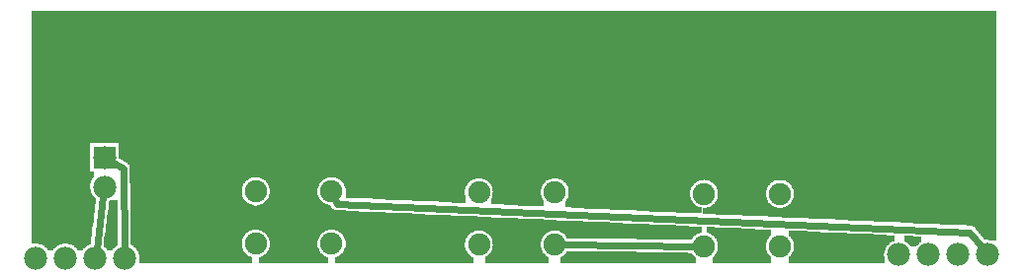
<source format=gbl>
G04 MADE WITH FRITZING*
G04 WWW.FRITZING.ORG*
G04 DOUBLE SIDED*
G04 HOLES PLATED*
G04 CONTOUR ON CENTER OF CONTOUR VECTOR*
%ASAXBY*%
%FSLAX23Y23*%
%MOIN*%
%OFA0B0*%
%SFA1.0B1.0*%
%ADD10C,0.075000*%
%ADD11C,0.078000*%
%ADD12R,0.078000X0.078000*%
%ADD13C,0.024000*%
%LNCOPPER0*%
G90*
G70*
G54D10*
X123Y817D03*
X2405Y107D03*
X2665Y98D03*
G54D11*
X354Y59D03*
X254Y59D03*
X154Y59D03*
X54Y59D03*
X3264Y70D03*
X3164Y70D03*
X3064Y70D03*
X2964Y70D03*
X285Y399D03*
X285Y299D03*
X285Y399D03*
X285Y299D03*
G54D10*
X2563Y98D03*
X2307Y98D03*
X2563Y275D03*
X2307Y275D03*
X1804Y104D03*
X1548Y104D03*
X1804Y281D03*
X1548Y281D03*
X1051Y107D03*
X795Y107D03*
X1051Y284D03*
X795Y284D03*
G54D12*
X285Y399D03*
X285Y399D03*
G54D13*
X1832Y104D02*
X2278Y98D01*
D02*
X258Y89D02*
X281Y269D01*
D02*
X353Y89D02*
X348Y362D01*
D02*
X348Y362D02*
X311Y384D01*
D02*
X3245Y94D02*
X3204Y146D01*
D02*
X3204Y146D02*
X1068Y242D01*
D02*
X1068Y242D02*
X1062Y257D01*
G36*
X40Y896D02*
X40Y448D01*
X334Y448D01*
X334Y396D01*
X336Y396D01*
X336Y394D01*
X340Y394D01*
X340Y392D01*
X342Y392D01*
X342Y390D01*
X346Y390D01*
X346Y388D01*
X350Y388D01*
X350Y386D01*
X352Y386D01*
X352Y384D01*
X356Y384D01*
X356Y382D01*
X360Y382D01*
X360Y380D01*
X362Y380D01*
X362Y378D01*
X364Y378D01*
X364Y376D01*
X366Y376D01*
X366Y374D01*
X368Y374D01*
X368Y368D01*
X370Y368D01*
X370Y332D01*
X1058Y332D01*
X1058Y330D01*
X1066Y330D01*
X1066Y328D01*
X1816Y328D01*
X1816Y326D01*
X1822Y326D01*
X1822Y324D01*
X2564Y324D01*
X2564Y322D01*
X2576Y322D01*
X2576Y320D01*
X2582Y320D01*
X2582Y318D01*
X2586Y318D01*
X2586Y316D01*
X2588Y316D01*
X2588Y314D01*
X2592Y314D01*
X2592Y312D01*
X2594Y312D01*
X2594Y310D01*
X2596Y310D01*
X2596Y308D01*
X2598Y308D01*
X2598Y306D01*
X2600Y306D01*
X2600Y304D01*
X2602Y304D01*
X2602Y300D01*
X2604Y300D01*
X2604Y296D01*
X2606Y296D01*
X2606Y292D01*
X2608Y292D01*
X2608Y286D01*
X2610Y286D01*
X2610Y266D01*
X2608Y266D01*
X2608Y260D01*
X2606Y260D01*
X2606Y254D01*
X2604Y254D01*
X2604Y250D01*
X2602Y250D01*
X2602Y248D01*
X2600Y248D01*
X2600Y246D01*
X2598Y246D01*
X2598Y242D01*
X2596Y242D01*
X2596Y240D01*
X2592Y240D01*
X2592Y238D01*
X2590Y238D01*
X2590Y236D01*
X2586Y236D01*
X2586Y234D01*
X2584Y234D01*
X2584Y232D01*
X2578Y232D01*
X2578Y230D01*
X2572Y230D01*
X2572Y228D01*
X3292Y228D01*
X3292Y896D01*
X40Y896D01*
G37*
D02*
G36*
X40Y448D02*
X40Y108D01*
X164Y108D01*
X164Y106D01*
X172Y106D01*
X172Y104D01*
X176Y104D01*
X176Y102D01*
X180Y102D01*
X180Y100D01*
X182Y100D01*
X182Y98D01*
X184Y98D01*
X184Y96D01*
X188Y96D01*
X188Y94D01*
X190Y94D01*
X190Y90D01*
X192Y90D01*
X192Y88D01*
X194Y88D01*
X194Y86D01*
X214Y86D01*
X214Y90D01*
X216Y90D01*
X216Y92D01*
X218Y92D01*
X218Y94D01*
X220Y94D01*
X220Y96D01*
X222Y96D01*
X222Y98D01*
X226Y98D01*
X226Y100D01*
X228Y100D01*
X228Y102D01*
X232Y102D01*
X232Y104D01*
X236Y104D01*
X236Y106D01*
X238Y106D01*
X238Y118D01*
X240Y118D01*
X240Y132D01*
X242Y132D01*
X242Y148D01*
X244Y148D01*
X244Y164D01*
X246Y164D01*
X246Y178D01*
X248Y178D01*
X248Y194D01*
X250Y194D01*
X250Y210D01*
X252Y210D01*
X252Y224D01*
X254Y224D01*
X254Y240D01*
X256Y240D01*
X256Y260D01*
X254Y260D01*
X254Y262D01*
X252Y262D01*
X252Y264D01*
X250Y264D01*
X250Y266D01*
X248Y266D01*
X248Y268D01*
X246Y268D01*
X246Y272D01*
X244Y272D01*
X244Y274D01*
X242Y274D01*
X242Y278D01*
X240Y278D01*
X240Y282D01*
X238Y282D01*
X238Y290D01*
X236Y290D01*
X236Y310D01*
X238Y310D01*
X238Y316D01*
X240Y316D01*
X240Y320D01*
X242Y320D01*
X242Y324D01*
X244Y324D01*
X244Y328D01*
X246Y328D01*
X246Y330D01*
X248Y330D01*
X248Y350D01*
X236Y350D01*
X236Y448D01*
X40Y448D01*
G37*
D02*
G36*
X370Y332D02*
X370Y310D01*
X372Y310D01*
X372Y236D01*
X790Y236D01*
X790Y238D01*
X782Y238D01*
X782Y240D01*
X776Y240D01*
X776Y242D01*
X772Y242D01*
X772Y244D01*
X768Y244D01*
X768Y246D01*
X766Y246D01*
X766Y248D01*
X764Y248D01*
X764Y250D01*
X762Y250D01*
X762Y252D01*
X760Y252D01*
X760Y254D01*
X758Y254D01*
X758Y256D01*
X756Y256D01*
X756Y258D01*
X754Y258D01*
X754Y262D01*
X752Y262D01*
X752Y266D01*
X750Y266D01*
X750Y274D01*
X748Y274D01*
X748Y296D01*
X750Y296D01*
X750Y302D01*
X752Y302D01*
X752Y306D01*
X754Y306D01*
X754Y310D01*
X756Y310D01*
X756Y312D01*
X758Y312D01*
X758Y314D01*
X760Y314D01*
X760Y318D01*
X762Y318D01*
X762Y320D01*
X766Y320D01*
X766Y322D01*
X768Y322D01*
X768Y324D01*
X772Y324D01*
X772Y326D01*
X774Y326D01*
X774Y328D01*
X780Y328D01*
X780Y330D01*
X788Y330D01*
X788Y332D01*
X370Y332D01*
G37*
D02*
G36*
X802Y332D02*
X802Y330D01*
X810Y330D01*
X810Y328D01*
X816Y328D01*
X816Y326D01*
X818Y326D01*
X818Y324D01*
X822Y324D01*
X822Y322D01*
X824Y322D01*
X824Y320D01*
X828Y320D01*
X828Y318D01*
X830Y318D01*
X830Y314D01*
X832Y314D01*
X832Y312D01*
X834Y312D01*
X834Y310D01*
X836Y310D01*
X836Y306D01*
X838Y306D01*
X838Y302D01*
X840Y302D01*
X840Y296D01*
X842Y296D01*
X842Y274D01*
X840Y274D01*
X840Y266D01*
X838Y266D01*
X838Y262D01*
X836Y262D01*
X836Y258D01*
X834Y258D01*
X834Y256D01*
X832Y256D01*
X832Y254D01*
X830Y254D01*
X830Y252D01*
X828Y252D01*
X828Y250D01*
X826Y250D01*
X826Y248D01*
X824Y248D01*
X824Y246D01*
X822Y246D01*
X822Y244D01*
X818Y244D01*
X818Y242D01*
X814Y242D01*
X814Y240D01*
X808Y240D01*
X808Y238D01*
X800Y238D01*
X800Y236D01*
X1046Y236D01*
X1046Y238D01*
X1038Y238D01*
X1038Y240D01*
X1032Y240D01*
X1032Y242D01*
X1028Y242D01*
X1028Y244D01*
X1024Y244D01*
X1024Y246D01*
X1022Y246D01*
X1022Y248D01*
X1020Y248D01*
X1020Y250D01*
X1018Y250D01*
X1018Y252D01*
X1016Y252D01*
X1016Y254D01*
X1014Y254D01*
X1014Y256D01*
X1012Y256D01*
X1012Y258D01*
X1010Y258D01*
X1010Y262D01*
X1008Y262D01*
X1008Y266D01*
X1006Y266D01*
X1006Y272D01*
X1004Y272D01*
X1004Y296D01*
X1006Y296D01*
X1006Y302D01*
X1008Y302D01*
X1008Y306D01*
X1010Y306D01*
X1010Y310D01*
X1012Y310D01*
X1012Y312D01*
X1014Y312D01*
X1014Y314D01*
X1016Y314D01*
X1016Y318D01*
X1018Y318D01*
X1018Y320D01*
X1022Y320D01*
X1022Y322D01*
X1024Y322D01*
X1024Y324D01*
X1028Y324D01*
X1028Y326D01*
X1030Y326D01*
X1030Y328D01*
X1036Y328D01*
X1036Y330D01*
X1044Y330D01*
X1044Y332D01*
X802Y332D01*
G37*
D02*
G36*
X1072Y328D02*
X1072Y326D01*
X1074Y326D01*
X1074Y324D01*
X1078Y324D01*
X1078Y322D01*
X1080Y322D01*
X1080Y320D01*
X1082Y320D01*
X1082Y318D01*
X1086Y318D01*
X1086Y314D01*
X1088Y314D01*
X1088Y312D01*
X1090Y312D01*
X1090Y310D01*
X1092Y310D01*
X1092Y306D01*
X1094Y306D01*
X1094Y302D01*
X1096Y302D01*
X1096Y294D01*
X1098Y294D01*
X1098Y264D01*
X1100Y264D01*
X1100Y262D01*
X1146Y262D01*
X1146Y260D01*
X1190Y260D01*
X1190Y258D01*
X1234Y258D01*
X1234Y256D01*
X1278Y256D01*
X1278Y254D01*
X1324Y254D01*
X1324Y252D01*
X1368Y252D01*
X1368Y250D01*
X1412Y250D01*
X1412Y248D01*
X1456Y248D01*
X1456Y246D01*
X1504Y246D01*
X1504Y266D01*
X1502Y266D01*
X1502Y272D01*
X1500Y272D01*
X1500Y290D01*
X1502Y290D01*
X1502Y296D01*
X1504Y296D01*
X1504Y302D01*
X1506Y302D01*
X1506Y306D01*
X1508Y306D01*
X1508Y308D01*
X1510Y308D01*
X1510Y312D01*
X1512Y312D01*
X1512Y314D01*
X1514Y314D01*
X1514Y316D01*
X1516Y316D01*
X1516Y318D01*
X1520Y318D01*
X1520Y320D01*
X1522Y320D01*
X1522Y322D01*
X1526Y322D01*
X1526Y324D01*
X1530Y324D01*
X1530Y326D01*
X1536Y326D01*
X1536Y328D01*
X1072Y328D01*
G37*
D02*
G36*
X1560Y328D02*
X1560Y326D01*
X1566Y326D01*
X1566Y324D01*
X1570Y324D01*
X1570Y322D01*
X1574Y322D01*
X1574Y320D01*
X1576Y320D01*
X1576Y318D01*
X1578Y318D01*
X1578Y316D01*
X1582Y316D01*
X1582Y312D01*
X1584Y312D01*
X1584Y310D01*
X1586Y310D01*
X1586Y308D01*
X1588Y308D01*
X1588Y304D01*
X1590Y304D01*
X1590Y300D01*
X1592Y300D01*
X1592Y294D01*
X1594Y294D01*
X1594Y284D01*
X1596Y284D01*
X1596Y280D01*
X1594Y280D01*
X1594Y268D01*
X1592Y268D01*
X1592Y262D01*
X1590Y262D01*
X1590Y240D01*
X1634Y240D01*
X1634Y238D01*
X1680Y238D01*
X1680Y236D01*
X1724Y236D01*
X1724Y234D01*
X1766Y234D01*
X1766Y254D01*
X1764Y254D01*
X1764Y258D01*
X1762Y258D01*
X1762Y260D01*
X1760Y260D01*
X1760Y266D01*
X1758Y266D01*
X1758Y272D01*
X1756Y272D01*
X1756Y290D01*
X1758Y290D01*
X1758Y298D01*
X1760Y298D01*
X1760Y302D01*
X1762Y302D01*
X1762Y306D01*
X1764Y306D01*
X1764Y308D01*
X1766Y308D01*
X1766Y312D01*
X1768Y312D01*
X1768Y314D01*
X1770Y314D01*
X1770Y316D01*
X1772Y316D01*
X1772Y318D01*
X1774Y318D01*
X1774Y320D01*
X1778Y320D01*
X1778Y322D01*
X1782Y322D01*
X1782Y324D01*
X1784Y324D01*
X1784Y326D01*
X1792Y326D01*
X1792Y328D01*
X1560Y328D01*
G37*
D02*
G36*
X1826Y324D02*
X1826Y322D01*
X1830Y322D01*
X1830Y320D01*
X1832Y320D01*
X1832Y318D01*
X1834Y318D01*
X1834Y316D01*
X1836Y316D01*
X1836Y314D01*
X1838Y314D01*
X1838Y312D01*
X1840Y312D01*
X1840Y310D01*
X1842Y310D01*
X1842Y308D01*
X1844Y308D01*
X1844Y304D01*
X1846Y304D01*
X1846Y300D01*
X1848Y300D01*
X1848Y294D01*
X1850Y294D01*
X1850Y282D01*
X1852Y282D01*
X1852Y280D01*
X1850Y280D01*
X1850Y268D01*
X1848Y268D01*
X1848Y262D01*
X1846Y262D01*
X1846Y258D01*
X1844Y258D01*
X1844Y256D01*
X1842Y256D01*
X1842Y252D01*
X1840Y252D01*
X1840Y250D01*
X1838Y250D01*
X1838Y230D01*
X1858Y230D01*
X1858Y228D01*
X1902Y228D01*
X1902Y226D01*
X1946Y226D01*
X1946Y224D01*
X1990Y224D01*
X1990Y222D01*
X2036Y222D01*
X2036Y220D01*
X2080Y220D01*
X2080Y218D01*
X2124Y218D01*
X2124Y216D01*
X2168Y216D01*
X2168Y214D01*
X2214Y214D01*
X2214Y212D01*
X2258Y212D01*
X2258Y210D01*
X2298Y210D01*
X2298Y230D01*
X2290Y230D01*
X2290Y232D01*
X2286Y232D01*
X2286Y234D01*
X2282Y234D01*
X2282Y236D01*
X2280Y236D01*
X2280Y238D01*
X2276Y238D01*
X2276Y240D01*
X2274Y240D01*
X2274Y242D01*
X2272Y242D01*
X2272Y244D01*
X2270Y244D01*
X2270Y248D01*
X2268Y248D01*
X2268Y250D01*
X2266Y250D01*
X2266Y254D01*
X2264Y254D01*
X2264Y258D01*
X2262Y258D01*
X2262Y264D01*
X2260Y264D01*
X2260Y288D01*
X2262Y288D01*
X2262Y294D01*
X2264Y294D01*
X2264Y298D01*
X2266Y298D01*
X2266Y302D01*
X2268Y302D01*
X2268Y304D01*
X2270Y304D01*
X2270Y306D01*
X2272Y306D01*
X2272Y308D01*
X2274Y308D01*
X2274Y310D01*
X2276Y310D01*
X2276Y312D01*
X2278Y312D01*
X2278Y314D01*
X2280Y314D01*
X2280Y316D01*
X2284Y316D01*
X2284Y318D01*
X2288Y318D01*
X2288Y320D01*
X2294Y320D01*
X2294Y322D01*
X2306Y322D01*
X2306Y324D01*
X1826Y324D01*
G37*
D02*
G36*
X2308Y324D02*
X2308Y322D01*
X2320Y322D01*
X2320Y320D01*
X2326Y320D01*
X2326Y318D01*
X2330Y318D01*
X2330Y316D01*
X2332Y316D01*
X2332Y314D01*
X2336Y314D01*
X2336Y312D01*
X2338Y312D01*
X2338Y310D01*
X2340Y310D01*
X2340Y308D01*
X2342Y308D01*
X2342Y306D01*
X2344Y306D01*
X2344Y304D01*
X2346Y304D01*
X2346Y300D01*
X2348Y300D01*
X2348Y296D01*
X2350Y296D01*
X2350Y292D01*
X2352Y292D01*
X2352Y286D01*
X2354Y286D01*
X2354Y266D01*
X2352Y266D01*
X2352Y258D01*
X2350Y258D01*
X2350Y254D01*
X2348Y254D01*
X2348Y250D01*
X2346Y250D01*
X2346Y248D01*
X2344Y248D01*
X2344Y246D01*
X2342Y246D01*
X2342Y242D01*
X2340Y242D01*
X2340Y240D01*
X2336Y240D01*
X2336Y238D01*
X2334Y238D01*
X2334Y236D01*
X2332Y236D01*
X2332Y234D01*
X2328Y234D01*
X2328Y232D01*
X2322Y232D01*
X2322Y230D01*
X2316Y230D01*
X2316Y228D01*
X2554Y228D01*
X2554Y230D01*
X2546Y230D01*
X2546Y232D01*
X2542Y232D01*
X2542Y234D01*
X2538Y234D01*
X2538Y236D01*
X2536Y236D01*
X2536Y238D01*
X2532Y238D01*
X2532Y240D01*
X2530Y240D01*
X2530Y242D01*
X2528Y242D01*
X2528Y244D01*
X2526Y244D01*
X2526Y246D01*
X2524Y246D01*
X2524Y250D01*
X2522Y250D01*
X2522Y254D01*
X2520Y254D01*
X2520Y256D01*
X2518Y256D01*
X2518Y264D01*
X2516Y264D01*
X2516Y288D01*
X2518Y288D01*
X2518Y294D01*
X2520Y294D01*
X2520Y298D01*
X2522Y298D01*
X2522Y302D01*
X2524Y302D01*
X2524Y304D01*
X2526Y304D01*
X2526Y306D01*
X2528Y306D01*
X2528Y308D01*
X2530Y308D01*
X2530Y310D01*
X2532Y310D01*
X2532Y312D01*
X2534Y312D01*
X2534Y314D01*
X2536Y314D01*
X2536Y316D01*
X2540Y316D01*
X2540Y318D01*
X2544Y318D01*
X2544Y320D01*
X2550Y320D01*
X2550Y322D01*
X2562Y322D01*
X2562Y324D01*
X2308Y324D01*
G37*
D02*
G36*
X372Y236D02*
X372Y234D01*
X1048Y234D01*
X1048Y236D01*
X372Y236D01*
G37*
D02*
G36*
X372Y236D02*
X372Y234D01*
X1048Y234D01*
X1048Y236D01*
X372Y236D01*
G37*
D02*
G36*
X372Y234D02*
X372Y204D01*
X374Y204D01*
X374Y154D01*
X1062Y154D01*
X1062Y152D01*
X1810Y152D01*
X1810Y150D01*
X1818Y150D01*
X1818Y148D01*
X1824Y148D01*
X1824Y146D01*
X1828Y146D01*
X1828Y144D01*
X1830Y144D01*
X1830Y142D01*
X1834Y142D01*
X1834Y140D01*
X1836Y140D01*
X1836Y138D01*
X1838Y138D01*
X1838Y136D01*
X1840Y136D01*
X1840Y132D01*
X1842Y132D01*
X1842Y130D01*
X1844Y130D01*
X1844Y126D01*
X1906Y126D01*
X1906Y124D01*
X2080Y124D01*
X2080Y122D01*
X2266Y122D01*
X2266Y124D01*
X2268Y124D01*
X2268Y126D01*
X2270Y126D01*
X2270Y130D01*
X2272Y130D01*
X2272Y132D01*
X2274Y132D01*
X2274Y134D01*
X2276Y134D01*
X2276Y136D01*
X2280Y136D01*
X2280Y138D01*
X2282Y138D01*
X2282Y140D01*
X2286Y140D01*
X2286Y142D01*
X2292Y142D01*
X2292Y144D01*
X2298Y144D01*
X2298Y146D01*
X2300Y146D01*
X2300Y166D01*
X2256Y166D01*
X2256Y168D01*
X2212Y168D01*
X2212Y170D01*
X2166Y170D01*
X2166Y172D01*
X2122Y172D01*
X2122Y174D01*
X2078Y174D01*
X2078Y176D01*
X2034Y176D01*
X2034Y178D01*
X1988Y178D01*
X1988Y180D01*
X1944Y180D01*
X1944Y182D01*
X1900Y182D01*
X1900Y184D01*
X1856Y184D01*
X1856Y186D01*
X1810Y186D01*
X1810Y188D01*
X1766Y188D01*
X1766Y190D01*
X1722Y190D01*
X1722Y192D01*
X1678Y192D01*
X1678Y194D01*
X1632Y194D01*
X1632Y196D01*
X1588Y196D01*
X1588Y198D01*
X1544Y198D01*
X1544Y200D01*
X1500Y200D01*
X1500Y202D01*
X1454Y202D01*
X1454Y204D01*
X1410Y204D01*
X1410Y206D01*
X1366Y206D01*
X1366Y208D01*
X1322Y208D01*
X1322Y210D01*
X1276Y210D01*
X1276Y212D01*
X1232Y212D01*
X1232Y214D01*
X1188Y214D01*
X1188Y216D01*
X1144Y216D01*
X1144Y218D01*
X1098Y218D01*
X1098Y220D01*
X1064Y220D01*
X1064Y222D01*
X1058Y222D01*
X1058Y224D01*
X1054Y224D01*
X1054Y226D01*
X1052Y226D01*
X1052Y228D01*
X1050Y228D01*
X1050Y232D01*
X1048Y232D01*
X1048Y234D01*
X372Y234D01*
G37*
D02*
G36*
X2302Y228D02*
X2302Y226D01*
X3292Y226D01*
X3292Y228D01*
X2302Y228D01*
G37*
D02*
G36*
X2302Y228D02*
X2302Y226D01*
X3292Y226D01*
X3292Y228D01*
X2302Y228D01*
G37*
D02*
G36*
X2302Y226D02*
X2302Y208D01*
X2346Y208D01*
X2346Y206D01*
X2392Y206D01*
X2392Y204D01*
X2436Y204D01*
X2436Y202D01*
X2480Y202D01*
X2480Y200D01*
X2524Y200D01*
X2524Y198D01*
X2570Y198D01*
X2570Y196D01*
X2614Y196D01*
X2614Y194D01*
X2658Y194D01*
X2658Y192D01*
X2702Y192D01*
X2702Y190D01*
X2748Y190D01*
X2748Y188D01*
X2792Y188D01*
X2792Y186D01*
X2836Y186D01*
X2836Y184D01*
X2880Y184D01*
X2880Y182D01*
X2926Y182D01*
X2926Y180D01*
X2970Y180D01*
X2970Y178D01*
X3014Y178D01*
X3014Y176D01*
X3058Y176D01*
X3058Y174D01*
X3104Y174D01*
X3104Y172D01*
X3148Y172D01*
X3148Y170D01*
X3192Y170D01*
X3192Y168D01*
X3212Y168D01*
X3212Y166D01*
X3216Y166D01*
X3216Y164D01*
X3218Y164D01*
X3218Y162D01*
X3220Y162D01*
X3220Y160D01*
X3222Y160D01*
X3222Y158D01*
X3224Y158D01*
X3224Y156D01*
X3226Y156D01*
X3226Y152D01*
X3228Y152D01*
X3228Y150D01*
X3230Y150D01*
X3230Y148D01*
X3232Y148D01*
X3232Y146D01*
X3234Y146D01*
X3234Y142D01*
X3236Y142D01*
X3236Y140D01*
X3238Y140D01*
X3238Y138D01*
X3240Y138D01*
X3240Y134D01*
X3242Y134D01*
X3242Y132D01*
X3244Y132D01*
X3244Y130D01*
X3246Y130D01*
X3246Y128D01*
X3248Y128D01*
X3248Y124D01*
X3250Y124D01*
X3250Y122D01*
X3252Y122D01*
X3252Y120D01*
X3266Y120D01*
X3266Y118D01*
X3292Y118D01*
X3292Y226D01*
X2302Y226D01*
G37*
D02*
G36*
X374Y154D02*
X374Y104D01*
X376Y104D01*
X376Y102D01*
X380Y102D01*
X380Y100D01*
X382Y100D01*
X382Y98D01*
X384Y98D01*
X384Y96D01*
X388Y96D01*
X388Y94D01*
X390Y94D01*
X390Y90D01*
X392Y90D01*
X392Y88D01*
X394Y88D01*
X394Y86D01*
X396Y86D01*
X396Y82D01*
X398Y82D01*
X398Y78D01*
X400Y78D01*
X400Y72D01*
X402Y72D01*
X402Y42D01*
X784Y42D01*
X784Y62D01*
X778Y62D01*
X778Y64D01*
X774Y64D01*
X774Y66D01*
X770Y66D01*
X770Y68D01*
X766Y68D01*
X766Y70D01*
X764Y70D01*
X764Y72D01*
X762Y72D01*
X762Y74D01*
X760Y74D01*
X760Y76D01*
X758Y76D01*
X758Y78D01*
X756Y78D01*
X756Y82D01*
X754Y82D01*
X754Y86D01*
X752Y86D01*
X752Y90D01*
X750Y90D01*
X750Y96D01*
X748Y96D01*
X748Y118D01*
X750Y118D01*
X750Y124D01*
X752Y124D01*
X752Y128D01*
X754Y128D01*
X754Y132D01*
X756Y132D01*
X756Y136D01*
X758Y136D01*
X758Y138D01*
X760Y138D01*
X760Y140D01*
X762Y140D01*
X762Y142D01*
X764Y142D01*
X764Y144D01*
X766Y144D01*
X766Y146D01*
X770Y146D01*
X770Y148D01*
X774Y148D01*
X774Y150D01*
X778Y150D01*
X778Y152D01*
X784Y152D01*
X784Y154D01*
X374Y154D01*
G37*
D02*
G36*
X806Y154D02*
X806Y152D01*
X812Y152D01*
X812Y150D01*
X816Y150D01*
X816Y148D01*
X820Y148D01*
X820Y146D01*
X824Y146D01*
X824Y144D01*
X826Y144D01*
X826Y142D01*
X828Y142D01*
X828Y140D01*
X830Y140D01*
X830Y138D01*
X832Y138D01*
X832Y136D01*
X834Y136D01*
X834Y132D01*
X836Y132D01*
X836Y128D01*
X838Y128D01*
X838Y124D01*
X840Y124D01*
X840Y118D01*
X842Y118D01*
X842Y96D01*
X840Y96D01*
X840Y90D01*
X838Y90D01*
X838Y86D01*
X836Y86D01*
X836Y82D01*
X834Y82D01*
X834Y78D01*
X832Y78D01*
X832Y76D01*
X830Y76D01*
X830Y74D01*
X828Y74D01*
X828Y72D01*
X826Y72D01*
X826Y70D01*
X824Y70D01*
X824Y68D01*
X820Y68D01*
X820Y66D01*
X816Y66D01*
X816Y64D01*
X812Y64D01*
X812Y62D01*
X806Y62D01*
X806Y42D01*
X1040Y42D01*
X1040Y62D01*
X1034Y62D01*
X1034Y64D01*
X1030Y64D01*
X1030Y66D01*
X1026Y66D01*
X1026Y68D01*
X1022Y68D01*
X1022Y70D01*
X1020Y70D01*
X1020Y72D01*
X1018Y72D01*
X1018Y74D01*
X1016Y74D01*
X1016Y76D01*
X1014Y76D01*
X1014Y78D01*
X1012Y78D01*
X1012Y82D01*
X1010Y82D01*
X1010Y86D01*
X1008Y86D01*
X1008Y90D01*
X1006Y90D01*
X1006Y96D01*
X1004Y96D01*
X1004Y118D01*
X1006Y118D01*
X1006Y124D01*
X1008Y124D01*
X1008Y128D01*
X1010Y128D01*
X1010Y132D01*
X1012Y132D01*
X1012Y136D01*
X1014Y136D01*
X1014Y138D01*
X1016Y138D01*
X1016Y140D01*
X1018Y140D01*
X1018Y142D01*
X1020Y142D01*
X1020Y144D01*
X1022Y144D01*
X1022Y146D01*
X1026Y146D01*
X1026Y148D01*
X1030Y148D01*
X1030Y150D01*
X1034Y150D01*
X1034Y152D01*
X1040Y152D01*
X1040Y154D01*
X806Y154D01*
G37*
D02*
G36*
X1068Y152D02*
X1068Y150D01*
X1072Y150D01*
X1072Y148D01*
X1076Y148D01*
X1076Y146D01*
X1080Y146D01*
X1080Y144D01*
X1082Y144D01*
X1082Y142D01*
X1084Y142D01*
X1084Y140D01*
X1086Y140D01*
X1086Y138D01*
X1088Y138D01*
X1088Y136D01*
X1090Y136D01*
X1090Y132D01*
X1092Y132D01*
X1092Y128D01*
X1094Y128D01*
X1094Y124D01*
X1096Y124D01*
X1096Y118D01*
X1098Y118D01*
X1098Y96D01*
X1096Y96D01*
X1096Y90D01*
X1094Y90D01*
X1094Y86D01*
X1092Y86D01*
X1092Y82D01*
X1090Y82D01*
X1090Y78D01*
X1088Y78D01*
X1088Y76D01*
X1086Y76D01*
X1086Y74D01*
X1084Y74D01*
X1084Y72D01*
X1082Y72D01*
X1082Y70D01*
X1080Y70D01*
X1080Y68D01*
X1076Y68D01*
X1076Y66D01*
X1072Y66D01*
X1072Y64D01*
X1068Y64D01*
X1068Y62D01*
X1062Y62D01*
X1062Y42D01*
X1528Y42D01*
X1528Y62D01*
X1524Y62D01*
X1524Y64D01*
X1520Y64D01*
X1520Y66D01*
X1518Y66D01*
X1518Y68D01*
X1516Y68D01*
X1516Y70D01*
X1514Y70D01*
X1514Y72D01*
X1512Y72D01*
X1512Y74D01*
X1510Y74D01*
X1510Y76D01*
X1508Y76D01*
X1508Y80D01*
X1506Y80D01*
X1506Y84D01*
X1504Y84D01*
X1504Y88D01*
X1502Y88D01*
X1502Y96D01*
X1500Y96D01*
X1500Y112D01*
X1502Y112D01*
X1502Y120D01*
X1504Y120D01*
X1504Y124D01*
X1506Y124D01*
X1506Y128D01*
X1508Y128D01*
X1508Y132D01*
X1510Y132D01*
X1510Y134D01*
X1512Y134D01*
X1512Y136D01*
X1514Y136D01*
X1514Y138D01*
X1516Y138D01*
X1516Y140D01*
X1518Y140D01*
X1518Y142D01*
X1520Y142D01*
X1520Y144D01*
X1524Y144D01*
X1524Y146D01*
X1528Y146D01*
X1528Y148D01*
X1532Y148D01*
X1532Y150D01*
X1540Y150D01*
X1540Y152D01*
X1068Y152D01*
G37*
D02*
G36*
X1554Y152D02*
X1554Y150D01*
X1562Y150D01*
X1562Y148D01*
X1568Y148D01*
X1568Y146D01*
X1572Y146D01*
X1572Y144D01*
X1574Y144D01*
X1574Y142D01*
X1578Y142D01*
X1578Y140D01*
X1580Y140D01*
X1580Y138D01*
X1582Y138D01*
X1582Y136D01*
X1584Y136D01*
X1584Y134D01*
X1586Y134D01*
X1586Y130D01*
X1588Y130D01*
X1588Y126D01*
X1590Y126D01*
X1590Y124D01*
X1592Y124D01*
X1592Y118D01*
X1594Y118D01*
X1594Y106D01*
X1596Y106D01*
X1596Y102D01*
X1594Y102D01*
X1594Y92D01*
X1592Y92D01*
X1592Y86D01*
X1590Y86D01*
X1590Y82D01*
X1588Y82D01*
X1588Y78D01*
X1586Y78D01*
X1586Y76D01*
X1584Y76D01*
X1584Y72D01*
X1582Y72D01*
X1582Y70D01*
X1580Y70D01*
X1580Y68D01*
X1576Y68D01*
X1576Y66D01*
X1574Y66D01*
X1574Y64D01*
X1570Y64D01*
X1570Y62D01*
X1568Y62D01*
X1568Y42D01*
X1784Y42D01*
X1784Y62D01*
X1780Y62D01*
X1780Y64D01*
X1776Y64D01*
X1776Y66D01*
X1774Y66D01*
X1774Y68D01*
X1772Y68D01*
X1772Y70D01*
X1770Y70D01*
X1770Y72D01*
X1768Y72D01*
X1768Y74D01*
X1766Y74D01*
X1766Y76D01*
X1764Y76D01*
X1764Y80D01*
X1762Y80D01*
X1762Y84D01*
X1760Y84D01*
X1760Y88D01*
X1758Y88D01*
X1758Y96D01*
X1756Y96D01*
X1756Y114D01*
X1758Y114D01*
X1758Y120D01*
X1760Y120D01*
X1760Y124D01*
X1762Y124D01*
X1762Y128D01*
X1764Y128D01*
X1764Y132D01*
X1766Y132D01*
X1766Y134D01*
X1768Y134D01*
X1768Y136D01*
X1770Y136D01*
X1770Y138D01*
X1772Y138D01*
X1772Y140D01*
X1774Y140D01*
X1774Y142D01*
X1776Y142D01*
X1776Y144D01*
X1780Y144D01*
X1780Y146D01*
X1784Y146D01*
X1784Y148D01*
X1788Y148D01*
X1788Y150D01*
X1796Y150D01*
X1796Y152D01*
X1554Y152D01*
G37*
D02*
G36*
X64Y108D02*
X64Y106D01*
X72Y106D01*
X72Y104D01*
X76Y104D01*
X76Y102D01*
X80Y102D01*
X80Y100D01*
X82Y100D01*
X82Y98D01*
X84Y98D01*
X84Y96D01*
X88Y96D01*
X88Y94D01*
X90Y94D01*
X90Y90D01*
X92Y90D01*
X92Y88D01*
X94Y88D01*
X94Y86D01*
X114Y86D01*
X114Y90D01*
X116Y90D01*
X116Y92D01*
X118Y92D01*
X118Y94D01*
X120Y94D01*
X120Y96D01*
X122Y96D01*
X122Y98D01*
X126Y98D01*
X126Y100D01*
X128Y100D01*
X128Y102D01*
X132Y102D01*
X132Y104D01*
X136Y104D01*
X136Y106D01*
X142Y106D01*
X142Y108D01*
X64Y108D01*
G37*
D02*
G36*
X306Y256D02*
X306Y254D01*
X302Y254D01*
X302Y252D01*
X300Y252D01*
X300Y238D01*
X298Y238D01*
X298Y222D01*
X296Y222D01*
X296Y206D01*
X294Y206D01*
X294Y192D01*
X292Y192D01*
X292Y176D01*
X290Y176D01*
X290Y160D01*
X288Y160D01*
X288Y144D01*
X286Y144D01*
X286Y130D01*
X284Y130D01*
X284Y96D01*
X288Y96D01*
X288Y94D01*
X290Y94D01*
X290Y90D01*
X292Y90D01*
X292Y88D01*
X294Y88D01*
X294Y86D01*
X314Y86D01*
X314Y90D01*
X316Y90D01*
X316Y92D01*
X318Y92D01*
X318Y94D01*
X320Y94D01*
X320Y96D01*
X322Y96D01*
X322Y98D01*
X326Y98D01*
X326Y100D01*
X328Y100D01*
X328Y102D01*
X330Y102D01*
X330Y202D01*
X328Y202D01*
X328Y256D01*
X306Y256D01*
G37*
D02*
G36*
X2316Y164D02*
X2316Y144D01*
X2322Y144D01*
X2322Y142D01*
X2328Y142D01*
X2328Y140D01*
X2330Y140D01*
X2330Y138D01*
X2334Y138D01*
X2334Y136D01*
X2336Y136D01*
X2336Y134D01*
X2340Y134D01*
X2340Y132D01*
X2342Y132D01*
X2342Y128D01*
X2344Y128D01*
X2344Y126D01*
X2346Y126D01*
X2346Y124D01*
X2348Y124D01*
X2348Y120D01*
X2350Y120D01*
X2350Y116D01*
X2352Y116D01*
X2352Y108D01*
X2354Y108D01*
X2354Y88D01*
X2352Y88D01*
X2352Y82D01*
X2350Y82D01*
X2350Y78D01*
X2348Y78D01*
X2348Y74D01*
X2346Y74D01*
X2346Y70D01*
X2344Y70D01*
X2344Y68D01*
X2342Y68D01*
X2342Y66D01*
X2340Y66D01*
X2340Y64D01*
X2338Y64D01*
X2338Y62D01*
X2336Y62D01*
X2336Y42D01*
X2534Y42D01*
X2534Y62D01*
X2532Y62D01*
X2532Y64D01*
X2528Y64D01*
X2528Y68D01*
X2526Y68D01*
X2526Y70D01*
X2524Y70D01*
X2524Y72D01*
X2522Y72D01*
X2522Y76D01*
X2520Y76D01*
X2520Y80D01*
X2518Y80D01*
X2518Y86D01*
X2516Y86D01*
X2516Y110D01*
X2518Y110D01*
X2518Y118D01*
X2520Y118D01*
X2520Y120D01*
X2522Y120D01*
X2522Y124D01*
X2524Y124D01*
X2524Y126D01*
X2526Y126D01*
X2526Y130D01*
X2528Y130D01*
X2528Y132D01*
X2530Y132D01*
X2530Y134D01*
X2532Y134D01*
X2532Y154D01*
X2522Y154D01*
X2522Y156D01*
X2478Y156D01*
X2478Y158D01*
X2434Y158D01*
X2434Y160D01*
X2390Y160D01*
X2390Y162D01*
X2344Y162D01*
X2344Y164D01*
X2316Y164D01*
G37*
D02*
G36*
X2594Y150D02*
X2594Y132D01*
X2598Y132D01*
X2598Y128D01*
X2600Y128D01*
X2600Y126D01*
X2602Y126D01*
X2602Y122D01*
X2604Y122D01*
X2604Y120D01*
X2606Y120D01*
X2606Y114D01*
X2608Y114D01*
X2608Y108D01*
X2610Y108D01*
X2610Y88D01*
X2608Y88D01*
X2608Y82D01*
X2606Y82D01*
X2606Y78D01*
X2604Y78D01*
X2604Y74D01*
X2602Y74D01*
X2602Y70D01*
X2600Y70D01*
X2600Y68D01*
X2598Y68D01*
X2598Y66D01*
X2596Y66D01*
X2596Y64D01*
X2594Y64D01*
X2594Y62D01*
X2592Y62D01*
X2592Y42D01*
X2916Y42D01*
X2916Y66D01*
X2914Y66D01*
X2914Y74D01*
X2916Y74D01*
X2916Y84D01*
X2918Y84D01*
X2918Y90D01*
X2920Y90D01*
X2920Y94D01*
X2922Y94D01*
X2922Y98D01*
X2924Y98D01*
X2924Y100D01*
X2926Y100D01*
X2926Y102D01*
X2928Y102D01*
X2928Y104D01*
X2930Y104D01*
X2930Y106D01*
X2932Y106D01*
X2932Y108D01*
X2934Y108D01*
X2934Y110D01*
X2936Y110D01*
X2936Y112D01*
X2940Y112D01*
X2940Y114D01*
X2944Y114D01*
X2944Y116D01*
X2950Y116D01*
X2950Y136D01*
X2924Y136D01*
X2924Y138D01*
X2878Y138D01*
X2878Y140D01*
X2834Y140D01*
X2834Y142D01*
X2790Y142D01*
X2790Y144D01*
X2746Y144D01*
X2746Y146D01*
X2700Y146D01*
X2700Y148D01*
X2656Y148D01*
X2656Y150D01*
X2594Y150D01*
G37*
D02*
G36*
X2984Y134D02*
X2984Y114D01*
X2986Y114D01*
X2986Y112D01*
X2990Y112D01*
X2990Y110D01*
X2994Y110D01*
X2994Y108D01*
X2996Y108D01*
X2996Y106D01*
X2998Y106D01*
X2998Y104D01*
X3000Y104D01*
X3000Y102D01*
X3002Y102D01*
X3002Y100D01*
X3004Y100D01*
X3004Y98D01*
X3024Y98D01*
X3024Y100D01*
X3026Y100D01*
X3026Y102D01*
X3028Y102D01*
X3028Y104D01*
X3030Y104D01*
X3030Y106D01*
X3032Y106D01*
X3032Y108D01*
X3034Y108D01*
X3034Y110D01*
X3036Y110D01*
X3036Y112D01*
X3040Y112D01*
X3040Y132D01*
X3012Y132D01*
X3012Y134D01*
X2984Y134D01*
G37*
D02*
G36*
X1844Y82D02*
X1844Y78D01*
X1842Y78D01*
X1842Y76D01*
X1840Y76D01*
X1840Y72D01*
X1838Y72D01*
X1838Y70D01*
X1836Y70D01*
X1836Y68D01*
X1832Y68D01*
X1832Y66D01*
X1830Y66D01*
X1830Y64D01*
X1826Y64D01*
X1826Y62D01*
X1824Y62D01*
X1824Y42D01*
X2278Y42D01*
X2278Y62D01*
X2276Y62D01*
X2276Y64D01*
X2274Y64D01*
X2274Y66D01*
X2272Y66D01*
X2272Y68D01*
X2270Y68D01*
X2270Y70D01*
X2268Y70D01*
X2268Y72D01*
X2266Y72D01*
X2266Y76D01*
X2254Y76D01*
X2254Y78D01*
X2080Y78D01*
X2080Y80D01*
X1904Y80D01*
X1904Y82D01*
X1844Y82D01*
G37*
D02*
G04 End of Copper0*
M02*
</source>
